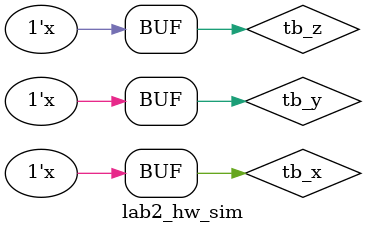
<source format=v>
`timescale 1ns / 1ps


module lab2_hw_sim();
   reg tb_x;
   reg tb_y;
   reg tb_z;
   wire tb_out;
   
   // link design and simulation
   lab2_hw link(
   .x(tb_x),
   .y(tb_y),
   .z(tb_z),
   .out(tb_out)
);

initial begin
 {tb_x,tb_y,tb_z} = 3'b000;
end

always begin
  #10 {tb_x,tb_y,tb_z}={tb_x,tb_y,tb_z}+1;
end
  
   
endmodule

</source>
